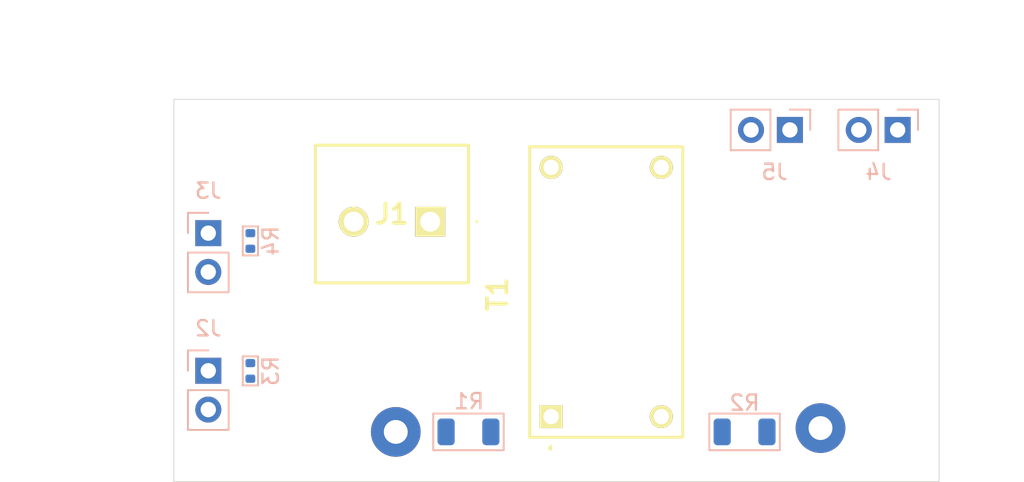
<source format=kicad_pcb>
(kicad_pcb (version 20240108) (generator "pcbnew") (generator_version "8.0")
  (layers (0 "F.Cu" signal) (31 "B.Cu" signal) (34 "B.Paste" user) (35 "F.Paste" user) (36 "B.SilkS" user "B.Silkscreen") (37 "F.SilkS" user "F.Silkscreen") (38 "B.Mask" user) (39 "F.Mask" user) (44 "Edge.Cuts" user))
  (net 0 "")
  (net 1 "Net-(J3-Pin_1)")
  (net 2 "Net-(J3-Pin_2)")
  (net 3 "Net-(J2-Pin_2)")
  (net 4 "Net-(J2-Pin_1)")
  (net 5 "Net-(P1-Pad1)")
  (net 6 "Net-(P2-Pad1)")
  (net 7 "Net-(R1-Pad2)")
  (net 8 "Net-(R2-Pad2)")
  (footprint "Mouser:ZMPT1071" (layer "F.Cu") (at 128.9 84 90)
    (property "Reference" "T1" (at 8 -3.5 90) (layer "F.SilkS") (effects (font (size 1.27 1.27) (thickness 0.254))))
    (property "Value" "ZMPT107-1" (hide yes))
    (fp_line (start 17.65 -1.4) (end 17.65 8.6) (stroke (width 0.2)) (layer "F.SilkS"))
    (fp_line (start -1.35 -1.4) (end 17.65 -1.4) (stroke (width 0.2)) (layer "F.SilkS"))
    (fp_line (start -1.9 0) (end -1.9 0) (stroke (width 0.1)) (layer "F.SilkS"))
    (fp_line (start -2 0) (end -2 0) (stroke (width 0.1)) (layer "F.SilkS"))
    (fp_line (start -2 0) (end -2 0) (stroke (width 0.1)) (layer "F.SilkS"))
    (fp_line (start 17.65 8.6) (end -1.35 8.6) (stroke (width 0.2)) (layer "F.SilkS"))
    (fp_line (start -1.35 8.6) (end -1.35 -1.4) (stroke (width 0.2)) (layer "F.SilkS"))
    (fp_arc (start -2.1 0) (mid -2.05 -0.05) (end -2 0) (stroke (width 0.1)) (layer "F.SilkS"))
    (fp_arc (start -2.1 0) (mid -2.05 -0.05) (end -2 0) (stroke (width 0.1)) (layer "F.SilkS"))
    (fp_arc (start -2.2 0) (mid -2.05 -0.15) (end -1.9 0) (stroke (width 0.1)) (layer "F.SilkS"))
    (pad "1" thru_hole rect (at 0 0 180) (size 1.5 1.5) (drill 1) (layers "*.Cu" "*.Mask" "F.SilkS") (net 7 "Net-(R1-Pad2)"))
    (pad "2" thru_hole circle (at 0 7.2 180) (size 1.5 1.5) (drill 1) (layers "*.Cu" "*.Mask" "F.SilkS") (net 8 "Net-(R2-Pad2)"))
    (pad "3" thru_hole circle (at 16.3 0 180) (size 1.5 1.5) (drill 1) (layers "*.Cu" "*.Mask" "F.SilkS") (net 4 "Net-(J2-Pin_1)"))
    (pad "4" thru_hole circle (at 16.3 7.2 180) (size 1.5 1.5) (drill 1) (layers "*.Cu" "*.Mask" "F.SilkS") (net 3 "Net-(J2-Pin_2)"))
  )
  (footprint "Mouser:1989447" (layer "F.Cu") (at 121 71.25 180)
    (property "Reference" "J1" (at 2.5 0.5 360) (layer "F.SilkS") (effects (font (size 1.27 1.27) (thickness 0.254))))
    (property "Value" "1989447" (hide yes))
    (fp_line (start 7.5 5) (end -2.5 5) (stroke (width 0.2)) (layer "F.SilkS"))
    (fp_line (start 7.5 -4) (end 7.5 5) (stroke (width 0.2)) (layer "F.SilkS"))
    (fp_line (start -2.5 5) (end -2.5 -4) (stroke (width 0.2)) (layer "F.SilkS"))
    (fp_line (start -2.5 -4) (end 7.5 -4) (stroke (width 0.2)) (layer "F.SilkS"))
    (fp_line (start -3 0) (end -3 0) (stroke (width 0.1)) (layer "F.SilkS"))
    (fp_line (start -3.1 0) (end -3.1 0) (stroke (width 0.1)) (layer "F.SilkS"))
    (fp_arc (start -3 0) (mid -3.05 0.05) (end -3.1 0) (stroke (width 0.1)) (layer "F.SilkS"))
    (fp_arc (start -3.1 0) (mid -3.05 -0.05) (end -3 0) (stroke (width 0.1)) (layer "F.SilkS"))
    (pad "1" thru_hole rect (at 0 0 270) (size 1.95 1.95) (drill 1.3) (layers "*.Cu" "*.Mask" "F.SilkS") (net 2 "Net-(J3-Pin_2)"))
    (pad "2" thru_hole circle (at 5 0 270) (size 1.95 1.95) (drill 1.3) (layers "*.Cu" "*.Mask" "F.SilkS") (net 1 "Net-(J3-Pin_1)"))
  )
  (footprint "PCM_Resistor_SMD_AKL:R_0402_1005Metric" (layer "B.Cu") (at 109.25 81.01 90)
    (property "Reference" "R3" (at 0 1.3335 90) (layer "B.SilkS") (effects (justify mirror)))
    (property "Value" "5.49k" (hide yes))
    (fp_line (start 0.95 -0.5) (end -0.95 -0.5) (stroke (width 0.12)) (layer "B.SilkS"))
    (fp_line (start -0.95 -0.5) (end -0.95 0.5) (stroke (width 0.12)) (layer "B.SilkS"))
    (fp_line (start 0.95 0.5) (end 0.95 -0.5) (stroke (width 0.12)) (layer "B.SilkS"))
    (fp_line (start -0.95 0.5) (end 0.95 0.5) (stroke (width 0.12)) (layer "B.SilkS"))
    (pad "1" smd roundrect (at -0.51 0 90) (size 0.54 0.64) (layers "B.Cu" "B.Paste" "B.Mask") (net 3 "Net-(J2-Pin_2)"))
    (pad "2" smd roundrect (at 0.51 0 90) (size 0.54 0.64) (layers "B.Cu" "B.Paste" "B.Mask") (net 4 "Net-(J2-Pin_1)"))
  )
  (footprint "Connector_PinSocket_2.54mm:PinSocket_1x02_P2.54mm_Vertical" (layer "B.Cu") (at 151.54 65.25 90)
    (property "Reference" "J4" (at -2.75 -1.25 360) (layer "B.SilkS") (effects (justify mirror)))
    (property "Value" "Conn_01x02_Socket" (hide yes))
    (fp_line (start 1.33 -3.87) (end -1.33 -3.87) (stroke (width 0.12)) (layer "B.SilkS"))
    (fp_line (start 1.33 -3.87) (end 1.33 -1.27) (stroke (width 0.12)) (layer "B.SilkS"))
    (fp_line (start -1.33 -3.87) (end -1.33 -1.27) (stroke (width 0.12)) (layer "B.SilkS"))
    (fp_line (start 1.33 -1.27) (end -1.33 -1.27) (stroke (width 0.12)) (layer "B.SilkS"))
    (fp_line (start 1.33 0) (end 1.33 1.33) (stroke (width 0.12)) (layer "B.SilkS"))
    (fp_line (start 1.33 1.33) (end 0 1.33) (stroke (width 0.12)) (layer "B.SilkS"))
    (pad "1" thru_hole rect (at 0 0 90) (size 1.7 1.7) (drill 1) (layers "*.Cu" "*.Mask"))
    (pad "2" thru_hole oval (at 0 -2.54 90) (size 1.7 1.7) (drill 1) (layers "*.Cu" "*.Mask"))
  )
  (footprint "Connector_PinSocket_2.54mm:PinSocket_1x02_P2.54mm_Vertical" (layer "B.Cu") (at 144.5 65.25 90)
    (property "Reference" "J5" (at -2.75 -1 360) (layer "B.SilkS") (effects (justify mirror)))
    (property "Value" "Conn_01x02_Socket" (hide yes))
    (fp_line (start 1.33 -3.87) (end -1.33 -3.87) (stroke (width 0.12)) (layer "B.SilkS"))
    (fp_line (start 1.33 -3.87) (end 1.33 -1.27) (stroke (width 0.12)) (layer "B.SilkS"))
    (fp_line (start -1.33 -3.87) (end -1.33 -1.27) (stroke (width 0.12)) (layer "B.SilkS"))
    (fp_line (start 1.33 -1.27) (end -1.33 -1.27) (stroke (width 0.12)) (layer "B.SilkS"))
    (fp_line (start 1.33 0) (end 1.33 1.33) (stroke (width 0.12)) (layer "B.SilkS"))
    (fp_line (start 1.33 1.33) (end 0 1.33) (stroke (width 0.12)) (layer "B.SilkS"))
    (pad "1" thru_hole rect (at 0 0 90) (size 1.7 1.7) (drill 1) (layers "*.Cu" "*.Mask"))
    (pad "2" thru_hole oval (at 0 -2.54 90) (size 1.7 1.7) (drill 1) (layers "*.Cu" "*.Mask"))
  )
  (footprint "Connector_PinSocket_2.54mm:PinSocket_1x02_P2.54mm_Vertical" (layer "B.Cu") (at 106.5 81 180)
    (property "Reference" "J2" (at 0 2.77 0) (layer "B.SilkS") (effects (justify mirror)))
    (property "Value" "Conn_01x02_Socket" (hide yes))
    (fp_line (start 1.33 1.33) (end 0 1.33) (stroke (width 0.12)) (layer "B.SilkS"))
    (fp_line (start 1.33 0) (end 1.33 1.33) (stroke (width 0.12)) (layer "B.SilkS"))
    (fp_line (start 1.33 -1.27) (end -1.33 -1.27) (stroke (width 0.12)) (layer "B.SilkS"))
    (fp_line (start 1.33 -3.87) (end 1.33 -1.27) (stroke (width 0.12)) (layer "B.SilkS"))
    (fp_line (start 1.33 -3.87) (end -1.33 -3.87) (stroke (width 0.12)) (layer "B.SilkS"))
    (fp_line (start -1.33 -3.87) (end -1.33 -1.27) (stroke (width 0.12)) (layer "B.SilkS"))
    (pad "1" thru_hole rect (at 0 0 180) (size 1.7 1.7) (drill 1) (layers "*.Cu" "*.Mask") (net 4 "Net-(J2-Pin_1)"))
    (pad "2" thru_hole oval (at 0 -2.54 180) (size 1.7 1.7) (drill 1) (layers "*.Cu" "*.Mask") (net 3 "Net-(J2-Pin_2)"))
  )
  (footprint "Connector_PinSocket_2.54mm:PinSocket_1x02_P2.54mm_Vertical" (layer "B.Cu") (at 106.5 72 180)
    (property "Reference" "J3" (at 0 2.77 0) (layer "B.SilkS") (effects (justify mirror)))
    (property "Value" "Conn_01x02_Socket" (hide yes))
    (fp_line (start 1.33 1.33) (end 0 1.33) (stroke (width 0.12)) (layer "B.SilkS"))
    (fp_line (start 1.33 0) (end 1.33 1.33) (stroke (width 0.12)) (layer "B.SilkS"))
    (fp_line (start 1.33 -1.27) (end -1.33 -1.27) (stroke (width 0.12)) (layer "B.SilkS"))
    (fp_line (start 1.33 -3.87) (end 1.33 -1.27) (stroke (width 0.12)) (layer "B.SilkS"))
    (fp_line (start 1.33 -3.87) (end -1.33 -3.87) (stroke (width 0.12)) (layer "B.SilkS"))
    (fp_line (start -1.33 -3.87) (end -1.33 -1.27) (stroke (width 0.12)) (layer "B.SilkS"))
    (pad "1" thru_hole rect (at 0 0 180) (size 1.7 1.7) (drill 1) (layers "*.Cu" "*.Mask") (net 1 "Net-(J3-Pin_1)"))
    (pad "2" thru_hole oval (at 0 -2.54 180) (size 1.7 1.7) (drill 1) (layers "*.Cu" "*.Mask") (net 2 "Net-(J3-Pin_2)"))
  )
  (footprint "Mouser:PAD_hole" (layer "B.Cu") (at 118.75 85 180)
    (property "Reference" "P1" (hide yes))
    (property "Value" "AC_L")
    (pad "1" thru_hole circle (at 0 0 180) (size 3.25 3.25) (drill 1.56) (layers "*.Cu" "*.Mask") (net 5 "Net-(P1-Pad1)"))
  )
  (footprint "PCM_Resistor_SMD_AKL:R_0402_1005Metric" (layer "B.Cu") (at 109.25 72.51 90)
    (property "Reference" "R4" (at 0 1.3335 90) (layer "B.SilkS") (effects (justify mirror)))
    (property "Value" "100" (hide yes))
    (fp_line (start 0.95 -0.5) (end -0.95 -0.5) (stroke (width 0.12)) (layer "B.SilkS"))
    (fp_line (start -0.95 -0.5) (end -0.95 0.5) (stroke (width 0.12)) (layer "B.SilkS"))
    (fp_line (start 0.95 0.5) (end 0.95 -0.5) (stroke (width 0.12)) (layer "B.SilkS"))
    (fp_line (start -0.95 0.5) (end 0.95 0.5) (stroke (width 0.12)) (layer "B.SilkS"))
    (pad "1" smd roundrect (at -0.51 0 90) (size 0.54 0.64) (layers "B.Cu" "B.Paste" "B.Mask") (net 2 "Net-(J3-Pin_2)"))
    (pad "2" smd roundrect (at 0.51 0 90) (size 0.54 0.64) (layers "B.Cu" "B.Paste" "B.Mask") (net 1 "Net-(J3-Pin_1)"))
  )
  (footprint "PCM_Resistor_SMD_AKL:R_1206_3216Metric" (layer "B.Cu") (at 123.5 85)
    (property "Reference" "R1" (at 0.0375 -2 360) (layer "B.SilkS") (effects (justify mirror)))
    (property "Value" "604k" (hide yes))
    (fp_line (start -2.3 -1.2) (end -2.3 1.2) (stroke (width 0.12)) (layer "B.SilkS"))
    (fp_line (start -2.3 1.2) (end 2.3 1.2) (stroke (width 0.12)) (layer "B.SilkS"))
    (fp_line (start 2.3 -1.2) (end -2.3 -1.2) (stroke (width 0.12)) (layer "B.SilkS"))
    (fp_line (start 2.3 1.2) (end 2.3 -1.2) (stroke (width 0.12)) (layer "B.SilkS"))
    (pad "1" smd roundrect (at -1.4625 0) (size 1.125 1.75) (layers "B.Cu" "B.Paste" "B.Mask") (roundrect_rratio 0.222222) (net 5 "Net-(P1-Pad1)"))
    (pad "2" smd roundrect (at 1.4625 0) (size 1.125 1.75) (layers "B.Cu" "B.Paste" "B.Mask") (roundrect_rratio 0.222222) (net 7 "Net-(R1-Pad2)"))
  )
  (footprint "Mouser:PAD_hole" (layer "B.Cu") (at 146.5 84.75)
    (property "Reference" "P2" (hide yes))
    (property "Value" "AC_N")
    (pad "1" thru_hole circle (at 0 0) (size 3.25 3.25) (drill 1.56) (layers "*.Cu" "*.Mask") (net 6 "Net-(P2-Pad1)"))
  )
  (footprint "PCM_Resistor_SMD_AKL:R_1206_3216Metric" (layer "B.Cu") (at 141.5375 85 180)
    (property "Reference" "R2" (at 0 1.905 360) (layer "B.SilkS") (effects (justify mirror)))
    (property "Value" "604k" (hide yes))
    (fp_line (start 2.3 1.2) (end 2.3 -1.2) (stroke (width 0.12)) (layer "B.SilkS"))
    (fp_line (start 2.3 -1.2) (end -2.3 -1.2) (stroke (width 0.12)) (layer "B.SilkS"))
    (fp_line (start -2.3 1.2) (end 2.3 1.2) (stroke (width 0.12)) (layer "B.SilkS"))
    (fp_line (start -2.3 -1.2) (end -2.3 1.2) (stroke (width 0.12)) (layer "B.SilkS"))
    (pad "1" smd roundrect (at -1.4625 0 180) (size 1.125 1.75) (layers "B.Cu" "B.Paste" "B.Mask") (roundrect_rratio 0.222222) (net 6 "Net-(P2-Pad1)"))
    (pad "2" smd roundrect (at 1.4625 0 180) (size 1.125 1.75) (layers "B.Cu" "B.Paste" "B.Mask") (roundrect_rratio 0.222222) (net 8 "Net-(R2-Pad2)"))
  )
  (gr_rect (start 104.25 63.25) (end 154.25 88.25) (stroke (width 0.05)) (fill none) (layer "Edge.Cuts"))
)
</source>
